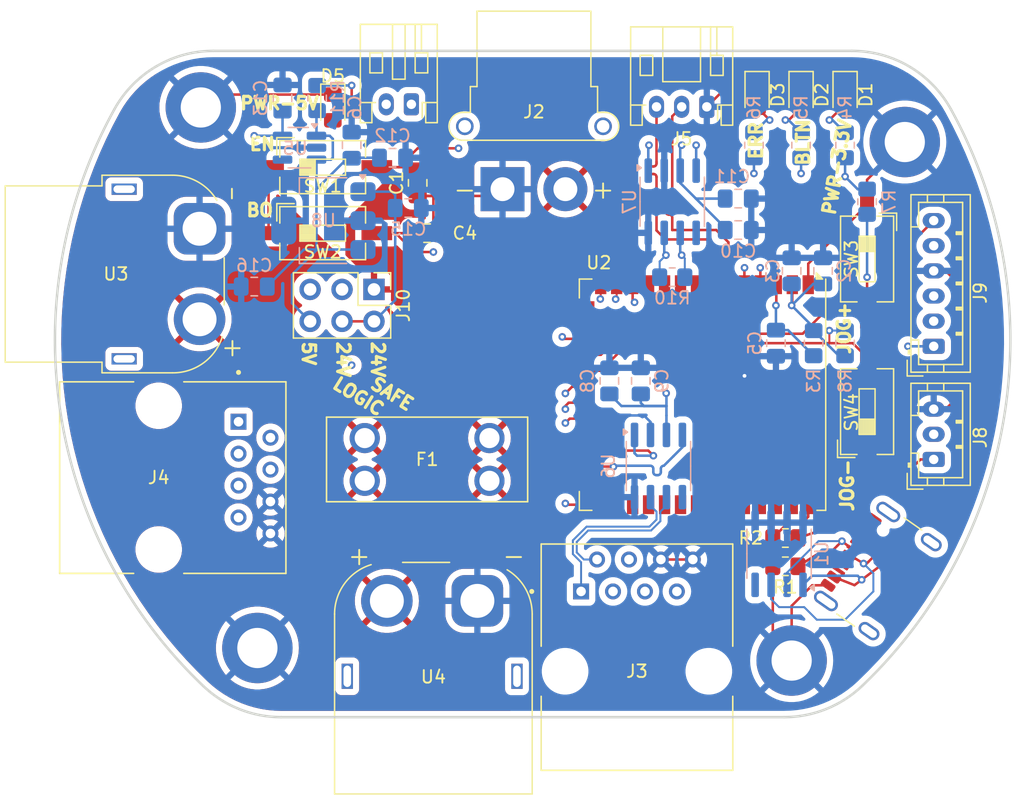
<source format=kicad_pcb>
(kicad_pcb (version 20240108) (generator "pcbnew") (generator_version "8.0")
  (layers (0 "F.Cu" signal) (1 "In1.Cu" signal) (2 "In2.Cu" signal) (31 "B.Cu" signal) (34 "B.Paste" user) (35 "F.Paste" user) (36 "B.SilkS" user "B.Silkscreen") (37 "F.SilkS" user "F.Silkscreen") (38 "B.Mask" user) (39 "F.Mask" user) (44 "Edge.Cuts" user))
  (net 0 "")
  (net 1 "GND")
  (net 2 "EN_PB")
  (net 3 "+3.3V")
  (net 4 "GPIO_0")
  (net 5 "Jog+")
  (net 6 "Jog-")
  (net 7 "Net-(D1-A)")
  (net 8 "Net-(D2-A)")
  (net 9 "Net-(D3-A)")
  (net 10 "+24V")
  (net 11 "+24V_safe")
  (net 13 "USB_P")
  (net 14 "+5V")
  (net 15 "Net-(J1-CC2)")
  (net 17 "USB_N")
  (net 18 "Net-(J1-CC1)")
  (net 22 "+24V_Logic")
  (net 25 "TX_M")
  (net 26 "RX_M")
  (net 27 "LED_BUILTIN")
  (net 28 "LED_ERR")
  (net 35 "RXC")
  (net 38 "Net-(J10-Pin_2)")
  (net 39 "+5V_USB")
  (net 42 "TXC")
  (net 45 "Enco_Pot")
  (net 48 "RXC_M")
  (net 49 "CUI_MOSI")
  (net 54 "TXC_M")
  (net 58 "CUI_MISO")
  (net 59 "CUI_CS")
  (net 60 "CUI_SCLK")
  (net 61 "Net-(D5-A)")
  (net 66 "CAN-")
  (net 67 "CAN+")
  (net 68 "CAN_M-")
  (net 69 "CAN_M+")
  (footprint "LED_SMD:LED_0805_2012Metric_Pad1.15x1.40mm_HandSolder" (layer "F.Cu") (at 91.75 65 -90)
    (property "Reference" "D2")
    (property "Value" "B")
  )
  (footprint "Connector_JST:JST_PH_B6B-PH-K_1x06_P2.00mm_Vertical" (layer "F.Cu") (at 102.3 85 90)
    (property "Reference" "J9")
    (property "Value" "Conn_01x06")
  )
  (footprint "MountingHole:MountingHole_3.2mm_M3_DIN965_Pad_TopBottom" (layer "F.Cu") (at 91 110)
    (property "Reference" "H4" (hide yes))
    (property "Value" "MountingHole_Pad")
  )
  (footprint "RF_Module:ESP32-S3-WROOM-1U" (layer "F.Cu") (at 83.91 88.85 -90)
    (property "Reference" "U2")
    (property "Value" "ESP32-S3-WROVER")
  )
  (footprint "Resistor_SMD:R_0805_2012Metric_Pad1.20x1.40mm_HandSolder" (layer "F.Cu") (at 90.5 100.25 180)
    (property "Reference" "R2")
    (property "Value" "5.1k")
  )
  (footprint "Button_Switch_SMD:SW_DIP_SPSTx01_Slide_6.7x4.1mm_W8.61mm_P2.54mm_LowProfile" (layer "F.Cu") (at 53.695 76)
    (property "Reference" "SW2")
    (property "Value" "TS09-63-25-WT-160-SMT-TR")
  )
  (footprint "Connector_PinHeader_2.54mm:PinHeader_2x03_P2.54mm_Vertical" (layer "F.Cu") (at 57.775 80.475 -90)
    (property "Reference" "J10")
    (property "Value" "Jumper PWR")
  )
  (footprint "LED_SMD:LED_0805_2012Metric_Pad1.15x1.40mm_HandSolder" (layer "F.Cu") (at 54.5 66 -90)
    (property "Reference" "D5")
    (property "Value" "B")
  )
  (footprint "RoverFootprint:AMASS_XT60PW-F_1x02_P7.20mm_Horizontal" (layer "F.Cu") (at 43.9 75.65 90)
    (property "Reference" "U3")
    (property "Value" "XT60PM-F")
  )
  (footprint "Button_Switch_SMD:SW_DIP_SPSTx01_Slide_6.7x4.1mm_W8.61mm_P2.54mm_LowProfile" (layer "F.Cu") (at 97 78.055 -90)
    (property "Reference" "SW3")
    (property "Value" "TS09-63-25-WT-160-SMT-TR")
  )
  (footprint "MountingHole:MountingHole_3.2mm_M3_DIN965_Pad_TopBottom" (layer "F.Cu") (at 48.5 109)
    (property "Reference" "H2" (hide yes))
    (property "Value" "MountingHole_Pad")
  )
  (footprint "Connector_JST:JST_PH_S2B-PH-K_1x02_P2.00mm_Horizontal" (layer "F.Cu") (at 60.75 65.75 180)
    (property "Reference" "J6" (hide yes))
    (property "Value" "Conn_01x02")
  )
  (footprint "RoverFootprint:AMASS_XT60PW-M_1x02_P7.20mm_Horizontal" (layer "F.Cu") (at 66 105.25 180)
    (property "Reference" "U4")
    (property "Value" "XT60PW-M")
  )
  (footprint "Button_Switch_SMD:SW_DIP_SPSTx01_Slide_6.7x4.1mm_W8.61mm_P2.54mm_LowProfile" (layer "F.Cu") (at 97 90.195 90)
    (property "Reference" "SW4")
    (property "Value" "TS09-63-25-WT-160-SMT-TR")
  )
  (footprint "Button_Switch_SMD:SW_DIP_SPSTx01_Slide_6.7x4.1mm_W8.61mm_P2.54mm_LowProfile" (layer "F.Cu") (at 53.695 70.75)
    (property "Reference" "SW1")
    (property "Value" "TS09-63-25-WT-160-SMT-TR")
  )
  (footprint "RoverFootprint:FUSE_3568-20" (layer "F.Cu") (at 62 94 180)
    (property "Reference" "F1")
    (property "Value" "FuseHolder")
  )
  (footprint "LED_SMD:LED_0805_2012Metric_Pad1.15x1.40mm_HandSolder" (layer "F.Cu") (at 95.25 65 -90)
    (property "Reference" "D1")
    (property "Value" "G")
  )
  (footprint "RoverFootprint:Ethernet_Horizontal" (layer "F.Cu") (at 40.650001 95.445 -90)
    (property "Reference" "J4")
    (property "Value" "Eth-Horiz")
  )
  (footprint "Connector_USB:USB_C_Receptacle_GCT_USB4105-xx-A_16P_TopMnt_Horizontal" (layer "F.Cu") (at 98.75 103.5 55)
    (property "Reference" "J1" (hide yes))
    (property "Value" "USB_C_USB4105-GF-A")
  )
  (footprint "Connector_JST:JST_PH_B3B-PH-K_1x03_P2.00mm_Vertical" (layer "F.Cu") (at 102.3 94 90)
    (property "Reference" "J8")
    (property "Value" "Conn_01x03")
  )
  (footprint "MountingHole:MountingHole_3.2mm_M3_DIN965_Pad_TopBottom" (layer "F.Cu") (at 44 66)
    (property "Reference" "H3" (hide yes))
    (property "Value" "MountingHole_Pad")
  )
  (footprint "RoverFootprint:AMASS_XT30PW-F_1x02_P2.50mm_Horizontal" (layer "F.Cu") (at 68 72.5)
    (property "Reference" "J2")
    (property "Value" "XT30PW-F")
  )
  (footprint "Connector_JST:JST_PH_S3B-PH-K_1x03_P2.00mm_Horizontal" (layer "F.Cu") (at 84.25 65.95 180)
    (property "Reference" "J5")
    (property "Value" "Conn_01x03")
  )
  (footprint "LED_SMD:LED_0805_2012Metric_Pad1.15x1.40mm_HandSolder" (layer "F.Cu") (at 88.25 65 -90)
    (property "Reference" "D3")
    (property "Value" "B")
  )
  (footprint "RoverFootprint:Ethernet_Horizontal" (layer "F.Cu") (at 78.695 110.85)
    (property "Reference" "J3")
    (property "Value" "Eth-Horiz")
  )
  (footprint "Resistor_SMD:R_0805_2012Metric_Pad1.20x1.40mm_HandSolder" (layer "F.Cu") (at 90.5 102.5 180)
    (property "Reference" "R1")
    (property "Value" "5.1k")
  )
  (footprint "MountingHole:MountingHole_3.2mm_M3_DIN965_Pad_TopBottom" (layer "F.Cu") (at 100 68.75)
    (property "Reference" "H1" (hide yes))
    (property "Value" "MountingHole_Pad")
  )
  (footprint "Capacitor_SMD:C_0805_2012Metric_Pad1.18x1.45mm_HandSolder" (layer "F.Cu") (at 61.25 72 90)
    (property "Reference" "C1")
    (property "Value" "100nF")
  )
  (footprint "Capacitor_SMD:C_0805_2012Metric_Pad1.18x1.45mm_HandSolder" (layer "F.Cu") (at 62 76 180)
    (property "Reference" "C4")
    (property "Value" "100nF")
  )
  (footprint "Resistor_SMD:R_0805_2012Metric_Pad1.20x1.40mm_HandSolder" (layer "B.Cu") (at 92.75 84.75 -90)
    (property "Reference" "R3")
    (property "Value" "10k")
  )
  (footprint "Capacitor_SMD:C_0805_2012Metric_Pad1.18x1.45mm_HandSolder" (layer "B.Cu") (at 60.5 74)
    (property "Reference" "C15")
    (property "Value" "220nF")
  )
  (footprint "Capacitor_SMD:C_0805_2012Metric_Pad1.18x1.45mm_HandSolder" (layer "B.Cu") (at 93.5 79 90)
    (property "Reference" "C2")
    (property "Value" "22uF")
  )
  (footprint "Capacitor_SMD:C_0805_2012Metric_Pad1.18x1.45mm_HandSolder" (layer "B.Cu") (at 91 79 90)
    (property "Reference" "C3")
    (property "Value" "100nF")
  )
  (footprint "Capacitor_SMD:C_0805_2012Metric_Pad1.18x1.45mm_HandSolder" (layer "B.Cu") (at 50.5 65.25 90)
    (property "Reference" "C13")
    (property "Value" "10uF")
  )
  (footprint "Resistor_SMD:R_0805_2012Metric_Pad1.20x1.40mm_HandSolder" (layer "B.Cu") (at 95.25 69 90)
    (property "Reference" "R4")
    (property "Value" "1k")
  )
  (footprint "Capacitor_SMD:C_0805_2012Metric_Pad1.18x1.45mm_HandSolder" (layer "B.Cu") (at 48.25 80.25 180)
    (property "Reference" "C16")
    (property "Value" "100nF")
  )
  (footprint "Capacitor_SMD:C_0805_2012Metric_Pad1.18x1.45mm_HandSolder" (layer "B.Cu") (at 79 87.75 90)
    (property "Reference" "C9")
    (property "Value" "100nF")
  )
  (footprint "Resistor_SMD:R_0805_2012Metric_Pad1.20x1.40mm_HandSolder" (layer "B.Cu") (at 81.5 79.5)
    (property "Reference" "R10")
    (property "Value" "121")
  )
  (footprint "Resistor_SMD:R_0805_2012Metric_Pad1.20x1.40mm_HandSolder" (layer "B.Cu") (at 95.25 84.75 90)
    (property "Reference" "R8")
    (property "Value" "10k")
  )
  (footprint "Capacitor_SMD:C_0805_2012Metric_Pad1.18x1.45mm_HandSolder" (layer "B.Cu") (at 59.25 70)
    (property "Reference" "C12")
    (property "Value" "10uF")
  )
  (footprint "Package_TO_SOT_SMD:SOT-223-3_TabPin2" (layer "B.Cu") (at 53.75 75 180)
    (property "Reference" "U8")
    (property "Value" "LDO-LM7805MPX/NOPB")
  )
  (footprint "Resistor_SMD:R_0805_2012Metric_Pad1.20x1.40mm_HandSolder" (layer "B.Cu") (at 88 69 90)
    (property "Reference" "R6")
    (property "Value" "1K")
  )
  (footprint "Package_SO:SOIC-8_3.9x4.9mm_P1.27mm" (layer "B.Cu") (at 80.405 94.525 -90)
    (property "Reference" "U6")
    (property "Value" "SN65HVD232")
  )
  (footprint "Package_SO:SOIC-8_3.9x4.9mm_P1.27mm" (layer "B.Cu") (at 90 101.5 90)
    (property "Reference" "U1")
    (property "Value" "TVS-SMDB03CE3")
  )
  (footprint "Package_TO_SOT_SMD:SOT-23-5_HandSoldering" (layer "B.Cu") (at 51.85 69.2 180)
    (property "Reference" "U5")
    (property "Value" "LDO-TLV74033PDBVR")
  )
  (footprint "Capacitor_SMD:C_0805_2012Metric_Pad1.18x1.45mm_HandSolder" (layer "B.Cu") (at 56 69 90)
    (property "Reference" "C6")
    (property "Value" "100nF")
  )
  (footprint "Resistor_SMD:R_0805_2012Metric_Pad1.20x1.40mm_HandSolder" (layer "B.Cu") (at 97 73.5 -90)
    (property "Reference" "R7")
    (property "Value" "10k")
  )
  (footprint "Capacitor_SMD:C_0805_2012Metric_Pad1.18x1.45mm_HandSolder" (layer "B.Cu") (at 86.75 73.25)
    (property "Reference" "C11")
    (property "Value" "100nF")
  )
  (footprint "Capacitor_SMD:C_0805_2012Metric_Pad1.18x1.45mm_HandSolder" (layer "B.Cu") (at 86.75 75.75)
    (property "Reference" "C10")
    (property "Value" "10uF")
  )
  (footprint "Capacitor_SMD:C_0805_2012Metric_Pad1.18x1.45mm_HandSolder" (layer "B.Cu") (at 76.5 87.75 90)
    (property "Reference" "C8")
    (property "Value" "10uF")
  )
  (footprint "Resistor_SMD:R_0805_2012Metric_Pad1.20x1.40mm_HandSolder" (layer "B.Cu") (at 91.75 69 90)
    (property "Reference" "R5")
    (property "Value" "1k")
  )
  (footprint "Resistor_SMD:R_0805_2012Metric_Pad1.20x1.40mm_HandSolder" (layer "B.Cu") (at 53.25 65.25 90)
    (property "Reference" "R11")
    (property "Value" "1k")
  )
  (footprint "Package_SO:SOIC-8_3.9x4.9mm_P1.27mm" (layer "B.Cu") (at 81.5 73.5 -90)
    (property "Reference" "U7")
    (property "Value" "SN65HVD232")
  )
  (footprint "Capacitor_SMD:C_0805_2012Metric_Pad1.18x1.45mm_HandSolder" (layer "B.Cu") (at 89.75 84.75 -90)
    (property "Reference" "C5")
    (property "Value" "1uF")
  )
  (gr_line (start 45 61.5) (end 95.79372 61.5) (stroke (width 0.2)) (layer "Edge.Cuts"))
  (gr_arc (start 95.79372 61.5) (mid 100.370632 62.750701) (end 103.675483 66.155172) (stroke (width 0.2)) (layer "Edge.Cuts"))
  (gr_arc (start 44.189955 112.017241) (mid 32.840702 90.290997) (end 37.11822 66.155172) (stroke (width 0.2)) (layer "Edge.Cuts"))
  (gr_arc (start 96.603748 112.017241) (mid 93.739369 113.8563) (end 90.396851 114.5) (stroke (width 0.2)) (layer "Edge.Cuts"))
  (gr_line (start 50.39685 114.5) (end 90.396851 114.5) (stroke (width 0.2)) (layer "Edge.Cuts"))
  (gr_arc (start 103.675483 66.155172) (mid 107.953001 90.290997) (end 96.603748 112.017241) (stroke (width 0.2)) (layer "Edge.Cuts"))
  (gr_arc (start 50.39685 114.5) (mid 47.054335 113.85629) (end 44.189955 112.017241) (stroke (width 0.2)) (layer "Edge.Cuts"))
  (gr_arc (start 37.11822 66.155172) (mid 40.423072 62.750696) (end 45 61.5) (stroke (width 0.2)) (layer "Edge.Cuts"))
  (gr_text "24V" (at 54.75 84.5 270) (layer "F.SilkS") (effects (font (size 1 1) (thickness 0.25) (bold yes)) (justify left bottom)))
  (gr_text "BLTN" (at 92.5 70.75 90) (layer "F.SilkS") (effects (font (size 1 1) (thickness 0.25) (bold yes)) (justify left bottom)))
  (gr_text "ERR" (at 88.75 70.25 90) (layer "F.SilkS") (effects (font (size 1 1) (thickness 0.25) (bold yes)) (justify left bottom)))
  (gr_text "PWR-5V" (at 47 66.25 0) (layer "F.SilkS") (effects (font (size 1 1) (thickness 0.25) (bold yes)) (justify left bottom)))
  (gr_text "BO" (at 47.5 74.75 0) (layer "F.SilkS") (effects (font (size 1 1) (thickness 0.25) (bold yes)) (justify left bottom)))
  (gr_text "JOG-" (at 96 98.25 90) (layer "F.SilkS") (effects (font (size 1 1) (thickness 0.25) (bold yes)) (justify left bottom)))
  (gr_text "SAFE" (at 57.25 88.25 328) (layer "F.SilkS") (effects (font (size 1 1) (thickness 0.25) (bold yes)) (justify left bottom)))
  (gr_text "JOG+" (at 95.75 85.75 90) (layer "F.SilkS") (effects (font (size 1 1) (thickness 0.25) (bold yes)) (justify left bottom)))
  (gr_text "EN" (at 47.75 69.5 0) (layer "F.SilkS") (effects (font (size 1 1) (thickness 0.25) (bold yes)) (justify left bottom)))
  (gr_text "5V" (at 52 84.5 -90) (layer "F.SilkS") (effects (font (size 1 1) (thickness 0.25) (bold yes)) (justify left bottom)))
  (gr_text "24V" (at 57.5 84.5 270) (layer "F.SilkS") (effects (font (size 1 1) (thickness 0.25) (bold yes)) (justify left bottom)))
  (gr_text "LOGIC" (at 54.25 88.25 328) (layer "F.SilkS") (effects (font (size 1 1) (thickness 0.25) (bold yes)) (justify left bottom)))
  (gr_text "PWR-3.3V" (at 94.5 74.75 80) (layer "F.SilkS") (effects (font (size 1 1) (thickness 0.25) (bold yes)) (justify left bottom)))
  (segment (start 92.634113 104.010525) (end 91 105.644638) (width 0.2) (layer "F.Cu") (net 1))
  (segment (start 48.75 70.75) (end 44 66) (width 0.2) (layer "F.Cu") (net 1))
  (segment (start 61.25 73.0375) (end 62.5 73.0375) (width 0.2) (layer "F.Cu") (net 1))
  (segment (start 104 79.75) (end 104 89.25) (width 0.2) (layer "F.Cu") (net 1))
  (segment (start 92.32 98.55) (end 91.87 99) (width 0.2) (layer "F.Cu") (net 1))
  (segment (start 103.25 90) (end 102.3 90) (width 0.2) (layer "F.Cu") (net 1))
  (segment (start 91 105.644638) (end 91 110) (width 0.2) (layer "F.Cu") (net 1))
  (segment (start 87.25 87.35) (end 84.6 87.35) (width 0.2) (layer "F.Cu") (net 1))
  (segment (start 62.5 75.4625) (end 63.0375 76) (width 0.2) (layer "F.Cu") (net 1))
  (segment (start 102.3 90) (end 99.75 90) (width 0.2) (layer "F.Cu") (net 1))
  (segment (start 49.837545 107.662455) (end 48.5 109) (width 0.2) (layer "F.Cu") (net 1))
  (segment (start 89.5 102.5) (end 89.5 108.5) (width 0.2) (layer "F.Cu") (net 1))
  (segment (start 80.6 101.96) (end 83.14 101.96) (width 0.2) (layer "F.Cu") (net 1))
  (segment (start 90.75 99) (end 89.5 100.25) (width 0.2) (layer "F.Cu") (net 1))
  (segment (start 83.14 101.96) (end 91 109.82) (width 0.2) (layer "F.Cu") (net 1))
  (segment (start 91 109.82) (end 91 110) (width 0.2) (layer "F.Cu") (net 1))
  (segment (start 93.900075 104.010525) (end 92.634113 104.010525) (width 0.2) (layer "F.Cu") (net 1))
  (segment (start 67.4625 73.0375) (end 68 72.5) (width 0.2) (layer "F.Cu") (net 1))
  (segment (start 88.25 63.975) (end 86.225 63.975) (width 0.2) (layer "F.Cu") (net 1))
  (segment (start 92.32 78.43) (end 92.32 80.1) (width 0.2) (layer "F.Cu") (net 1))
  (segment (start 91.75 63.975) (end 95.25 63.975) (width 0.2) (layer "F.Cu") (net 1))
  (segment (start 95.25 63.975) (end 95.25 64) (width 0.2) (layer "F.Cu") (net 1))
  (segment (start 61.25 73.0375) (end 67.4625 73.0375) (width 0.2) (layer "F.Cu") (net 1))
  (segment (start 92.32 97.6) (end 96.6 97.6) (width 0.2) (layer "F.Cu") (net 1))
  (segment (start 92.32 97.6) (end 92.32 98.55) (width 0.2) (layer "F.Cu") (net 1))
  (segment (start 102 68.75) (end 100 68.75) (width 0.2) (layer "F.Cu") (net 1))
  (segment (start 104 89.25) (end 103.25 90) (width 0.2) (layer "F.Cu") (net 1))
  (segment (start 97 73.75) (end 92.32 78.43) (width 0.2) (layer "F.Cu") (net 1))
  (segment (start 96.75 97.75) (end 96.75 97.946987) (width 0.2) (layer "F.Cu") (net 1))
  (segment (start 49.39 76) (end 49.39 70.75) (width 0.2) (layer "F.Cu") (net 1))
  (segment (start 96.75 97.946987) (end 97.570965 98.767952) (width 0.2) (layer "F.Cu") (net 1))
  (segment (start 91.87 99) (end 90.75 99) (width 0.2) (layer "F.Cu") (net 1))
  (segment (start 102.3 79) (end 103.25 79) (width 0.2) (layer "F.Cu") (net 1))
  (segment (start 89.5 108.5) (end 91 110) (width 0.2) (layer "F.Cu") (net 1))
  (segment (start 86.225 63.975) (end 84.25 65.95) (width 0.2) (layer "F.Cu") (net 1))
  (segment (start 97 73.75) (end 97 71.75) (width 0.2) (layer "F.Cu") (net 1))
  (segment (start 97 92.75) (end 97 94.5) (width 0.2) (layer "F.Cu") (net 1))
  (segment (start 96.6 97.6) (end 96.75 97.75) (width 0.2) (layer "F.Cu") (net 1))
  (segment (start 99.75 90) (end 97 92.75) (width 0.2) (layer "F.Cu") (net 1))
  (segment (start 88.25 63.975) (end 91.75 63.975) (width 0.2) (layer "F.Cu") (net 1))
  (segment (start 97 71.75) (end 100 68.75) (width 0.2) (layer "F.Cu") (net 1))
  (segment (start 103.25 79) (end 104 79.75) (width 0.2) (layer "F.Cu") (net 1))
  (segment (start 49.39 70.75) (end 48.75 70.75) (width 0.2) (layer "F.Cu") (net 1))
  (segment (start 45.025 64.975) (end 44 66) (width 0.2) (layer "F.Cu") (net 1))
  (segment (start 89.5 100.25) (end 89.5 102.5) (width 0.2) (layer "F.Cu") (net 1))
  (segment (start 95.25 64) (end 100 68.75) (width 0.2) (layer "F.Cu") (net 1))
  (segment (start 62.5 73.0375) (end 62.5 75.4625) (width 0.2) (layer "F.Cu") (net 1))
  (segment (start 54.5 64.975) (end 45.025 64.975) (width 0.2) (layer "F.Cu") (net 1))
  (via (at 87.25 87.35) (size 0.6) (drill 0.3) (layers "F.Cu" "B.Cu") (net 1))
  (segment (start 75.25 90) (end 75.25 87.25) (width 0.2) (layer "B.Cu") (net 1))
  (segment (start 47.2 69.2) (end 44 66) (width 0.2) (layer "B.Cu") (net 1))
  (segment (start 75.75 90.5) (end 75.25 90) (width 0.2) (layer "B.Cu") (net 1))
  (segment (start 67.72 72.22) (end 68 72.5) (width 0.2) (layer "B.Cu") (net 1))
  (segment (start 79.77 92.05) (end 79.77 91.02) (width 0.2) (layer "B.Cu") (net 1))
  (segment (start 79.25 90.5) (end 75.75 90.5) (width 0.2) (layer "B.Cu") (net 1))
  (segment (start 53.2 69.2) (end 47.2 69.2) (width 0.2) (layer "B.Cu") (net 1))
  (segment (start 44 66) (end 44 66.5375) (width 0.2) (layer "B.Cu") (net 1))
  (segment (start 75.7875 86.7125) (end 76.5 86.7125) (width 0.2) (layer "B.Cu") (net 1))
  (segment (start 75.25 87.25) (end 75.7875 86.7125) (width 0.2) (layer "B.Cu") (net 1))
  (segment (start 79.77 91.02) (end 79.25 90.5) (width 0.2) (layer "B.Cu") (net 1))
  (segment (start 89.78 80.1) (end 89.78 81.72) (width 0.2) (layer "F.Cu") (net 2))
  (segment (start 61.0375 70.75) (end 61.25 70.9625) (width 0.2) (layer "F.Cu") (net 2))
  (segment (start 61.25 69.25) (end 59.75 70.75) (width 0.2) (layer "F.Cu") (net 2))
  (segment (start 59.75 70.75) (end 61.0375 70.75) (width 0.2) (layer "F.Cu") (net 2))
  (segment (start 89.78 81.72) (end 89.75 81.75) (width 0.2) (layer "F.Cu") (net 2))
  (segment (start 64.5 69.25) (end 61.25 69.25) (width 0.2) (layer "F.Cu") (net 2))
  (segment (start 58 70.75) (end 59.75 70.75) (width 0.2) (layer "F.Cu") (net 2))
  (via (at 64.5 69.25) (size 0.6) (drill 0.3) (layers "F.Cu" "B.Cu") (net 2))
  (via (at 89.75 81.75) (size 0.6) (drill 0.3) (layers "F.Cu" "B.Cu") (net 2))
  (segment (start 90.7125 83.7125) (end 92.75 85.75) (width 0.2) (layer "B.Cu") (net 2))
  (segment (start 89.75 83.7125) (end 90.7125 83.7125) (width 0.2) (layer "B.Cu") (net 2))
  (segment (start 89.75 83.7125) (end 89.75 81.75) (width 0.2) (layer "B.Cu") (net 2))
  (segment (start 91.05 81.7) (end 91 81.75) (width 0.2) (layer "F.Cu") (net 3))
  (segment (start 91.05 80.1) (end 91.05 81.7) (width 0.2) (layer "F.Cu") (net 3))
  (via (at 81.017613 88.732387) (size 0.6) (drill 0.3) (layers "F.Cu" "B.Cu") (net 3))
  (via (at 48.25 68.25) (size 0.6) (drill 0.3) (layers "F.Cu" "B.Cu") (net 3))
  (via (at 82.25 69) (size 0.6) (drill 0.3) (layers "F.Cu" "B.Cu") (net 3))
  (via (at 95.25 71.5) (size 0.6) (drill 0.3) (layers "F.Cu" "B.Cu") (net 3))
  (via (at 91 81.75) (size 0.6) (drill 0.3) (layers "F.Cu" "B.Cu") (net 3))
  (segment (start 92.75 83.5) (end 91 81.75) (width 0.2) (layer "B.Cu") (net 3))
  (segment (start 81.04 90.5) (end 81.04 92.05) (width 0.2) (layer "B.Cu") (net 3))
  (segment (start 77.4625 89.75) (end 81.04 89.75) (width 0.2) (layer "B.Cu") (net 3))
  (segment (start 79 89.5) (end 79.25 89.75) (width 0.2) (layer "B.Cu") (net 3))
  (segment (start 81.04 89.75) (end 81.04 90.5) (width 0.2) (layer "B.Cu") (net 3))
  (segment (start 50.5 68.25) (end 50.5 66.2875) (width 0.2) (layer "B.Cu") (net 3))
  (segment (start 94.75 85.75) (end 95.25 85.75) (width 0.2) (layer "B.Cu") (net 3))
  (segment (start 85.7125 75.577499) (end 83.385001 73.25) (width 0.2) (layer "B.Cu") (net 3))
  (segment (start 92.75 83.75) (end 92.75 83.5) (width 0.2) (layer "B.Cu") (net 3))
  (segment (start 96.25 72.5) (end 95.25 71.5) (width 0.2) (layer "B.Cu") (net 3))
  (segment (start 92.7125 80.0375) (end 91 81.75) (width 0.2) (layer "B.Cu") (net 3))
  (segment (start 50.5 68.25) (end 48.25 68.25) (width 0.2) (layer "B.Cu") (net 3))
  (segment (start 82.135 71.999999) (end 82.135 71.025) (width 0.2) (layer "B.Cu") (net 3))
  (segment (start 76.5 88.7875) (end 77.4625 89.75) (width 0.2) (layer "B.Cu") (net 3))
  (segment (start 79.25 89.75) (end 81.04 89.75) (width 0.2) (layer "B.Cu") (net 3))
  (segment (start 92.75 83.75) (end 94.75 85.75) (width 0.2) (layer "B.Cu") (net 3))
  (segment (start 93.5 80.0375) (end 92.7125 80.0375) (width 0.2) (layer "B.Cu") (net 3))
  (segment (start 97 72.5) (end 96.25 72.5) (width 0.2) (layer "B.Cu") (net 3))
  (segment (start 91 80.0375) (end 91 81.75) (width 0.2) (layer "B.Cu") (net 3))
  (segment (start 82.135 71.025) (end 82.135 69.115) (width 0.2) (layer "B.Cu") (net 3))
  (segment (start 79 88.7875) (end 79 89.5) (width 0.2) (layer "B.Cu") (net 3))
  (segment (start 81.017613 88.732387) (end 81.04 88.754774) (width 0.2) (layer "B.Cu") (net 3))
  (segment (start 95.25 70) (end 95.25 71.5) (width 0.2) (layer "B.Cu") (net 3))
  (segment (start 85.7125 75.75) (end 85.7125 75.577499) (width 0.2) (layer "B.Cu") (net 3))
  (segment (start 85.7125 73.25) (end 83.385001 73.25) (width 0.2) (layer "B.Cu") (net 3))
  (segment (start 81.04 88.754774) (end 81.04 89.75) (width 0.2) (layer "B.Cu") (net 3))
  (segment (start 83.385001 73.25) (end 82.135 71.999999) (width 0.2) (layer "B.Cu") (net 3))
  (segment (start 82.135 69.115) (end 82.25 69) (width 0.2) (layer "B.Cu") (net 3))
  (segment (start 59.5 76) (end 58 76) (width 0.2) (layer "F.Cu") (net 4))
  (segment (start 62.5 77.5) (end 61 77.5) (width 0.2) (layer "F.Cu") (net 4))
  (segment (start 73.1 97.6) (end 73 97.5) (width 0.2) (layer "F.Cu") (net 4))
  (segment (start 75.81 97.6) (end 73.1 97.6) (width 0.2) (layer "F.Cu") (net 4))
  (segment (start 60.9625 76) (end 59.5 76) (width 0.2) (layer "F.Cu") (net 4))
  (segment (start 61 77.5) (end 59.5 76) (width 0.2) (layer "F.Cu") (net 4))
  (via (at 62.5 77.5) (size 0.6) (drill 0.3) (layers "F.Cu" "B.Cu") (net 4))
  (via (at 73 97.5) (size 0.6) (drill 0.3) (layers "F.Cu" "B.Cu") (net 4))
  (segment (start 93.515 82.36) (end 91.875 84) (width 0.2) (layer "F.Cu") (net 5))
  (segment (start 97 82.36) (end 93.515 82.36) (width 0.2) (layer "F.Cu") (net 5))
  (segment (start 91.875 84) (end 77.5 84) (width 0.2) (layer "F.Cu") (net 5))
  (segment (start 75.825 85.675) (end 74.56 85.675) (width 0.2) (layer "F.Cu") (net 5))
  (segment (start 77.5 84) (end 75.825 85.675) (width 0.2) (layer "F.Cu") (net 5))
  (segment (start 97 79.5) (end 97 82.36) (width 0.2) (layer "F.Cu") (net 5))
  (via (at 97 79.5) (size 0.6) (drill 0.3) (layers "F.Cu" "B.Cu") (net 5))
  (segment (start 97 79.5) (end 97 74.5) (width 0.2) (layer "B.Cu") (net 5))
  (segment (start 94 83.75) (end 94 84.75) (width 0.155814) (layer "F.Cu") (net 6))
  (segment (start 95.86 84.75) (end 97 85.89) (width 0.2) (layer "F.Cu") (net 6))
  (segment (start 78 84.75) (end 94 84.75) (width 0.2) (layer "F.Cu") (net 6))
  (segment (start 78 84.75) (end 75.805 86.945) (width 0.2) (layer "F.Cu") (net 6))
  (segment (start 94 84.75) (end 95.86 84.75) (width 0.2) (layer "F.Cu") (net 6))
  (segment (start 75.805 86.945) (end 74.56 86.945) (width 0.2) (layer "F.Cu") (net 6))
  (via (at 94 83.75) (size 0.6) (drill 0.3) (layers "F.Cu" "B.Cu") (net 6))
  (segment (start 94 83.75) (end 95.25 83.75) (width 0.155814) (layer "B.Cu") (net 6))
  (segment (start 94.975 66.025) (end 94 67) (width 0.2) (layer "F.Cu") (net 7))
  (segment (start 95.25 66.025) (end 94.975 66.025) (width 0.2) (layer "F.Cu") (net 7))
  (via (at 94 67) (size 0.6) (drill 0.3) (layers "F.Cu" "B.Cu") (net 7))
  (segment (start 94 67) (end 94.25 67) (width 0.2) (layer "B.Cu") (net 7))
  (segment (start 94.25 67) (end 95.25 68) (width 0.2) (layer "B.Cu") (net 7))
  (segment (start 90.5 67) (end 90.775 67) (width 0.2) (layer "F.Cu") (net 8))
  (segment (start 90.775 67) (end 91.75 66.025) (width 0.2) (layer "F.Cu") (net 8))
  (via (at 90.5 67) (size 0.6) (drill 0.3) (layers "F.Cu" "B.Cu") (net 8))
  (segment (start 90.5 67) (end 90.75 67) (width 0.2) (layer "B.Cu") (net 8))
  (segment (start 90.75 67) (end 91.75 68) (width 0.2) (layer "B.Cu") (net 8))
  (segment (start 88.275 66.025) (end 88.25 66.025) (width 0.2) (layer "F.Cu") (net 9))
  (segment (start 89.25 67) (end 88.275 66.025) (width 0.2) (layer "F.Cu") (net 9))
  (via (at 89.25 67) (size 0.6) (drill 0.3) (layers "F.Cu" "B.Cu") (net 9))
  (segment (start 89 67) (end 88 68) (width 0.2) (layer "B.Cu") (net 9))
  (segment (start 89.25 67) (end 89 67) (width 0.2) (layer "B.Cu") (net 9))
  (segment (start 45.59 82.35) (end 44 82.35) (width 0.2) (layer "F.Cu") (net 10))
  (segment (start 72 72.5) (end 73 72.5) (width 0.2) (layer "F.Cu") (net 11))
  (segment (start 97.125 102.125) (end 96.875 102.375) (width 0.2) (layer "F.Cu") (net 13))
  (segment (start 96.875 102.375) (end 96.719602 102.280398) (width 0.2) (layer "F.Cu") (net 13))
  (segment (start 96.165704 100.774873) (end 97.5 101.75) (width 0.2) (layer "F.Cu") (net 13))
  (segment (start 97.5 101.75) (end 97.125 102.125) (width 0.2) (layer "F.Cu") (net 13))
  (segment (start 96.719602 102.280398) (end 95.592126 101.594027) (width 0.2) (layer "F.Cu") (net 13))
  (segment (start 75.81 80.1) (end 75.81 81.207604) (width 0.155814) (layer "F.Cu") (net 13))
  (segment (start 75.81 81.207604) (end 75.778166 81.239438) (width 0.155814) (layer "F.Cu") (net 13))
  (via (at 75.778166 81.239438) (size 0.6) (drill 0.3) (layers "F.Cu" "B.Cu") (net 13))
  (via (at 96.719602 102.280398) (size 0.6) (drill 0.3) (layers "F.Cu" "B.Cu") (net 13))
  (segment (start 92 105.75) (end 93 106.75) (width 0.155814) (layer "B.Cu") (net 13))
  (segment (start 89.365 103.975) (end 89.365 105.115) (width 0.155814) (layer "B.Cu") (net 13))
  (segment (start 90 105.75) (end 92 105.75) (width 0.155814) (layer "B.Cu") (net 13))
  (segment (start 97.5 103.060796) (end 96.719602 102.280398) (width 0.155814) (layer "B.Cu") (net 13))
  (segment (start 93 106.75) (end 95.25 106.75) (width 0.155814) (layer "B.Cu") (net 13))
  (segment (start 97.5 104.5) (end 97.5 103.060796) (width 0.155814) (layer "B.Cu") (net 13))
  (segment (start 95.25 106.75) (end 97.5 104.5) (width 0.155814) (layer "B.Cu") (net 13))
  (segment (start 89.365 105.115) (end 90 105.75) (width 0.155814) (layer "B.Cu") (net 13))
  (via (at 56 86.5) (size 0.6) (drill 0.3) (layers "F.Cu" "B.Cu") (net 14))
  (via (at 100.25 85) (size 0.6) (drill 0.3) (layers "F.Cu" "B.Cu") (net 14))
  (segment (start 53.2 72.5) (end 53.2 77.25) (width 0.2) (layer "B.Cu") (net 14))
  (segment (start 53.2 77.25) (end 53.25 77.3) (width 0.2) (layer "B.Cu") (net 14))
  (segment (start 56 70.0375) (end 55.6625 70.0375) (width 0.2) (layer "B.Cu") (net 14))
  (segment (start 52.2 77.3) (end 53.25 77.3) (width 0.2) (layer "B.Cu") (net 14))
  (segment (start 53.25 77.3) (end 54.5 77.3) (width 0.2) (layer "B.Cu") (net 14))
  (segment (start 54.5 70) (end 54.5 68.5) (width 0.2) (layer "B.Cu") (net 14))
  (segment (start 49.2875 80.25) (end 49.2875 80.2125) (width 0.2) (layer "B.Cu") (net 14))
  (segment (start 51.25 81.57) (end 51.25 79.3) (width 0.2) (layer "B.Cu") (net 14))
  (segment (start 54.5 77.3) (end 56.9 77.3) (width 0.2) (layer "B.Cu") (net 14))
  (segment (start 53.2 70.15) (end 53.2 72.5) (width 0.2) (layer "B.Cu") (net 14))
  (segment (start 53.2 66.3) (end 53.25 66.25) (width 0.2) (layer "B.Cu") (net 14))
  (segment (start 54.25 68.25) (end 53.2 68.25) (width 0.2) (layer "B.Cu") (net 14))
  (segment (start 54.5 68.5) (end 54.25 68.25) (width 0.2) (layer "B.Cu") (net 14))
  (segment (start 49.2875 80.2125) (end 52.2 77.3) (width 0.2) (layer "B.Cu") (net 14))
  (segment (start 51.25 79.3) (end 53.25 77.3) (width 0.2) (layer "B.Cu") (net 14))
  (segment (start 54.35 70.15) (end 54.5 70) (width 0.2) (layer "B.Cu") (net 14))
  (segment (start 53.2 70.15) (end 54.35 70.15) (width 0.2) (layer "B.Cu") (net 14))
  (segment (start 56.0375 70) (end 56 70.0375) (width 0.2) (layer "B.Cu") (net 14))
  (segment (start 55.6625 70.0375) (end 53.2 72.5) (width 0.2) (layer "B.Cu") (net 14))
  (segment (start 52.695 83.015) (end 51.25 81.57) (width 0.2) (layer "B.Cu") (net 14))
  (segment (start 102.3 85) (end 100.25 85) (width 0.2) (layer "B.Cu") (net 14))
  (segment (start 58.2125 70) (end 56.0375 70) (width 0.2) (layer "B.Cu") (net 14))
  (segment (start 53.2 68.25) (end 53.2 66.3) (width 0.2) (layer "B.Cu") (net 14))
  (segment (start 95.25 99) (end 91.5 100.25) (width 0.2) (layer "F.Cu") (net 15))
  (segment (start 96.739279 99.955721) (end 95.25 99) (width 0.2) (layer "F.Cu") (net 15))
  (segment (start 94.25 101.25) (end 95.305338 102.003603) (width 0.2) (layer "F.Cu") (net 17))
  (segment (start 77.08 80.1) (end 77.08 81.17) (width 0.155814) (layer "F.Cu") (net 17))
  (segment (start 95.878915 101.18445) (end 95 100.5) (width 0.2) (layer "F.Cu") (net 17))
  (segment (start 77.08 81.17) (end 77 81.25) (width 0.155814) (layer "F.Cu") (net 17))
  (segment (start 95 100.5) (end 94.625 100.875) (width 0.2) (layer "F.Cu") (net 17))
  (segment (start 94.625 100.875) (end 94.25 101.25) (width 0.2) (layer "F.Cu") (net 17))
  (via (at 95 100.5) (size 0.6) (drill 0.3) (layers "F.Cu" "B.Cu") (net 17))
  (via (at 77 81.25) (size 0.6) (drill 0.3) (layers "F.Cu" "B.Cu") (net 17))
  (segment (start 90.635 103.975) (end 90.635 103.000001) (width 0.155814) (layer "B.Cu") (net 17))
  (segment (start 90.635 103.000001) (end 93.135001 100.5) (width 0.155814) (layer "B.Cu") (net 17))
  (segment (start 93.135001 100.5) (end 95 100.5) (width 0.155814) (layer "B.Cu") (net 17))
  (segment (start 95.01855 102.413178) (end 93.5 101.25) (width 0.2) (layer "F.Cu") (net 18))
  (segment (start 93.5 101.25) (end 91.5 102.5) (width 0.2) (layer "F.Cu") (net 18))
  (segment (start 79.502162 71.054226) (end 79.502162 70.934226) (width 0.2) (layer "F.Cu") (net 25))
  (segment (start 80.25 70.454226) (end 80.25 70.334226) (width 0.2) (layer "F.Cu") (net 25))
  (segment (start 79.742162 70.694226) (end 80.01 70.694226) (width 0.2) (layer "F.Cu") (net 25))
  (segment (start 84.7 76.95) (end 84.7 80.1) (width 0.2) (layer "F.Cu") (net 25))
  (segment (start 80.25 72.363088) (end 80.25 71.534226) (width 0.2) (layer "F.Cu") (net 25))
  (segment (start 80.01 71.294226) (end 79.742162 71.294226) (width 0.2) (layer "F.Cu") (net 25))
  (segment (start 80.25 72.881127) (end 80.25 75.782843) (width 0.2) (layer "F.Cu") (net 25))
  (segment (start 80.967157 76.5) (end 84.25 76.5) (width 0.2) (layer "F.Cu") (net 25))
  (segment (start 84.25 76.5) (end 84.7 76.95) (width 0.2) (layer "F.Cu") (net 25))
  (segment (start 80.25 70.334226) (end 80.25 68.503697) (width 0.2) (layer "F.Cu") (net 25))
  (segment (start 80.25 68.503697) (end 80.25 65.95) (width 0.2) (layer "F.Cu") (net 25))
  (segment (start 80.25 75.782843) (end 80.967157 76.5) (width 0.2) (layer "F.Cu") (net 25))
  (segment (start 80.25 72.363088) (end 80.25 72.881127) (width 0.2) (layer "F.Cu") (net 25))
  (arc (start 80.25 71.534226) (mid 80.179706 71.36452) (end 80.01 71.294226) (width 0.2) (layer "F.Cu") (net 25))
  (arc (start 80.01 70.694226) (mid 80.179706 70.623932) (end 80.25 70.454226) (width 0.2) (layer "F.Cu") (net 25))
  (arc (start 79.502162 70.934226) (mid 79.572456 70.76452) (end 79.742162 70.694226) (width 0.2) (layer "F.Cu") (net 25))
  (arc (start 79.742162 71.294226) (mid 79.572456 71.223932) (end 79.502162 71.054226) (width 0.2) (layer "F.Cu") (net 25))
  (segment (start 85 75.75) (end 81.5 75.75) (width 0.2) (layer "F.Cu") (net 26))
  (segment (start 85.97 80.1) (end 85.97 76.72) (width 0.2) (layer "F.Cu") (net 26))
  (segment (start 81.5 75.75) (end 81.5 74.759019) (width 0.2) (layer "F.Cu") (net 26))
  (segment (start 85.97 76.72) (end 85 75.75) (width 0.2) (layer "F.Cu") (net 26))
  (segment (start 81.5 73.679019) (end 81.5 73.559019) (width 0.2) (layer "F.Cu") (net 26))
  (segment (start 81.5 66.7) (end 82.25 65.95) (width 0.2) (layer "F.Cu") (net 26))
  (segment (start 81.26 74.519019) (end 81.215239 74.519019) (width 0.2) (layer "F.Cu") (net 26))
  (segment (start 81.5 73.559019) (end 81.5 73.127196) (width 0.2) (layer "F.Cu") (net 26))
  (segment (start 81.5 73.127196) (end 81.5 66.7) (width 0.2) (layer "F.Cu") (net 26))
  (segment (start 80.975239 74.279019) (end 80.975239 74.159019) (width 0.2) (layer "F.Cu") (net 26))
  (segment (start 81.215239 73.919019) (end 81.26 73.919019) (width 0.2) (layer "F.Cu") (net 26))
  (arc (start 80.975239 74.159019) (mid 81.045533 73.989313) (end 81.215239 73.919019) (width 0.2) (layer "F.Cu") (net 26))
  (arc (start 81.26 73.919019) (mid 81.429706 73.848725) (end 81.5 73.679019) (width 0.2) (layer "F.Cu") (net 26))
  (arc (start 81.215239 74.519019) (mid 81.045533 74.448725) (end 80.975239 74.279019) (width 0.2) (layer "F.Cu") (net 26))
  (arc (start 81.5 74.759019) (mid 81.429706 74.589313) (end 81.26 74.519019) (width 0.2) (layer "F.Cu") (net 26))
  (segment (start 72.905 84.405) (end 72.75 84.25) (width 0.2) (layer "F.Cu") (net 27))
  (segment (start 74.56 84.405) (end 72.905 84.405) (width 0.2) (layer "F.Cu") (net 27))
  (via (at 91.75 71.25) (size 0.6) (drill 0.3) (layers "F.Cu" "B.Cu") (net 27))
  (via (at 72.75 84.25) (size 0.6) (drill 0.3) (layers "F.Cu" "B.Cu") (net 27))
  (segment (start 91.75 70) (end 91.75 71.25) (width 0.2) (layer "B.Cu") (net 27))
  (segment (start 78.35 80.1) (end 78.35 81.35) (width 0.2) (layer "F.Cu") (net 28))
  (segment (start 78.35 81.35) (end 78.5 81.5) (width 0.2) (layer "F.Cu") (net 28))
  (via (at 78.5 81.5) (size 0.6) (drill 0.3) (layers "F.Cu" "B.Cu") (net 28))
  (via (at 88 71.25) (size 0.6) (drill 0.3) (layers "F.Cu" "B.Cu") (net 28))
  (segment (start 88 70) (end 88 71.25) (width 0.2) (layer "B.Cu") (net 28))
  (segment (start 76.825735 94.575735) (end 76.815 94.565) (width 0.2) (layer "F.Cu") (net 35))
  (segment (start 76.815 94.565) (end 74.56 94.565) (width 0.2) (layer "F.Cu") (net 35))
  (via (at 76.825735 94.575735) (size 0.6) (drill 0.3) (layers "F.Cu" "B.Cu") (net 35))
  (segment (start 79.994999 95.007631) (end 79.994999 94.74) (width 0.2) (layer "B.Cu") (net 35))
  (segment (start 80.354999 95.247631) (end 80.234999 95.247631) (width 0.2) (layer "B.Cu") (net 35))
  (segment (start 81.143048 94.191951) (end 80.834999 94.5) (width 0.2) (layer "B.Cu") (net 35))
  (segment (start 82.31 93.024999) (end 81.602667 93.732332) (width 0.2) (layer "B.Cu") (net 35))
  (segment (start 78.204747 94.5) (end 76.90147 94.5) (width 0.2) (layer "B.Cu") (net 35))
  (segment (start 80.594999 94.74) (end 80.594999 95.007631) (width 0.2) (layer "B.Cu") (net 35))
  (segment (start 79.634999 94.5) (end 78.204747 94.5) (width 0.2) (layer "B.Cu") (net 35))
  (segment (start 76.90147 94.5) (end 76.825735 94.575735) (width 0.2) (layer "B.Cu") (net 35))
  (segment (start 82.31 92.05) (end 82.31 93.024999) (width 0.2) (layer "B.Cu") (net 35))
  (segment (start 81.602667 93.732332) (end 81.143048 94.191951) (width 0.2) (layer "B.Cu") (net 35))
  (segment (start 79.754999 94.5) (end 79.634999 94.5) (width 0.2) (layer "B.Cu") (net 35))
  (arc (start 80.234999 95.247631) (mid 80.065293 95.177337) (end 79.994999 95.007631) (width 0.2) (layer "B.Cu") (net 35))
  (arc (start 80.594999 95.007631) (mid 80.524705 95.177337) (end 80.354999 95.247631) (width 0.2) (layer "B.Cu") (net 35))
  (arc (start 80.834999 94.5) (mid 80.665293 94.570294) (end 80.594999 94.74) (width 0.2) (layer "B.Cu") (net 35))
  (arc (start 79.994999 94.74) (mid 79.924705 94.570294) (end 79.754999 94.5) (width 0.2) (layer "B.Cu") (net 35))
  (segment (start 55.235 83.015) (end 57.775 83.015) (width 0.2) (layer "F.Cu") (net 38))
  (segment (start 59.4625 74) (end 59.4625 72.9625) (width 0.2) (layer "B.Cu") (net 38))
  (segment (start 59.4625 72.9625) (end 59.2 72.7) (width 0.2) (layer "B.Cu") (net 38))
  (segment (start 59.2 72.7) (end 56.9 72.7) (width 0.2) (layer "B.Cu") (net 38))
  (segment (start 57.0625 72.5375) (end 56.9 72.7) (width 0.2) (layer "B.Cu") (net 38))
  (segment (start 57.775 83.015) (end 59.4625 81.3275) (width 0.2) (layer "B.Cu") (net 38))
  (segment (start 59.4625 81.3275) (end 59.4625 74) (width 0.2) (layer "B.Cu") (net 38))
  (segment (start 96.571429 103.571429) (end 98 102.5) (width 0.2) (layer "F.Cu") (net 39))
  (segment (start 98 102.5) (end 98 101) (width 0.2) (layer "F.Cu") (net 39))
  (segment (start 94.358937 103.355202) (end 96 104) (width 0.2) (layer "F.Cu") (net 39))
  (segment (start 98 100.5) (end 97.112104 99.423274) (width 0.2) (layer "F.Cu") (net 39))
  (segment (start 96 104) (end 96.571429 103.571429) (width 0.2) (layer "F.Cu") (net 39))
  (segment (start 98 101) (end 98 100.5) (width 0.2) (layer "F.Cu") (net 39))
  (via (at 96.571429 103.571429) (size 0.6) (drill 0.3) (layers "F.Cu" "B.Cu") (net 39))
  (segment (start 96.25 103.25) (end 96.571429 103.571429) (width 0.2) (layer "B.Cu") (net 39))
  (segment (start 91.93 104) (end 91.905 103.975) (width 0.2) (layer "B.Cu") (net 39))
  (segment (start 91.905 103.975) (end 92.63 103.25) (width 0.2) (layer "B.Cu") (net 39))
  (segment (start 92.63 103.25) (end 96.25 103.25) (width 0.2) (layer "B.Cu") (net 39))
  (segment (start 76.812045 93.705586) (end 76.587924 93.705586) (width 0.2) (layer "F.Cu") (net 42))
  (segment (start 79.594265 93.295) (end 77.222631 93.295) (width 0.2) (layer "F.Cu") (net 42))
  (segment (start 75.782631 92.752067) (end 75.782631 93.055) (width 0.2) (layer "F.Cu") (net 42))
  (segment (start 75.422631 93.295) (end 74.56 93.295) (width 0.2) (layer "F.Cu") (net 42))
  (segment (start 76.382631 93.500293) (end 76.382631 93.295) (width 0.2) (layer "F.Cu") (net 42))
  (segment (start 76.142631 92.512067) (end 76.022631 92.512067) (width 0.2) (layer "F.Cu") (net 42))
  (segment (start 75.542631 93.295) (end 75.422631 93.295) (width 0.2) (layer "F.Cu") (net 42))
  (segment (start 80 93.700735) (end 79.594265 93.295) (width 0.2) (layer "F.Cu") (net 42))
  (segment (start 76.382631 93.055) (end 76.382631 92.752067) (width 0.2) (layer "F.Cu") (net 42))
  (segment (start 76.382631 93.295) (end 76.382631 93.055) (width 0.2) (layer "F.Cu") (net 42))
  (via (at 80 93.700735) (size 0.6) (drill 0.3) (layers "F.Cu" "B.Cu") (net 42))
  (arc (start 76.587924 93.705586) (mid 76.44276 93.645457) (end 76.382631 93.500293) (width 0.2) (layer "F.Cu") (net 42))
  (arc (start 76.382631 92.752067) (mid 76.312337 92.582361) (end 76.142631 92.512067) (width 0.2) (layer "F.Cu") (net 42))
  (arc (start 76.022631 92.512067) (mid 75.852925 92.582361) (end 75.782631 92.752067) (width 0.2) (layer "F.Cu") (net 42))
  (arc (start 77.017338 93.500293) (mid 76.957209 93.645457) (end 76.812045 93.705586) (width 0.2) (layer "F.Cu") (net 42))
  (arc (start 75.782631 93.055) (mid 75.712337 93.224706) (end 75.542631 93.295) (width 0.2) (layer "F.Cu") (net 42))
  (arc (start 77.222631 93.295) (mid 77.077467 93.355129) (end 77.017338 93.500293) (width 0.2) (layer "F.Cu") (net 42))
  (segment (start 80 93.700735) (end 78.700735 93.700735) (width 0.2) (layer "B.Cu") (net 42))
  (segment (start 78.700735 93.700735) (end 78.5 93.5) (width 0.2) (layer "B.Cu") (net 42))
  (segment (start 78.5 93.5) (end 78.5 92.05) (width 0.2) (layer "B.Cu") (net 42))
  (segment (start 91.45 96.25) (end 91.05 96.65) (width 0.2) (layer "F.Cu") (net 45))
  (segment (start 91.05 96.65) (end 91.05 97.6) (width 0.2) (layer "F.Cu") (net 45))
  (segment (start 101.25 94) (end 99 96.25) (width 0.2) (layer "F.Cu") (net 45))
  (segment (start 99 96.25) (end 91.45 96.25) (width 0.2) (layer "F.Cu") (net 45))
  (segment (start 102.3 94) (end 101.25 94) (width 0.2) (layer "F.Cu") (net 45))
  (segment (start 88.51 78.76) (end 88.5 78.75) (width 0.2) (layer "F.Cu") (net 48))
  (segment (start 88.51 80.1) (end 88.51 78.76) (width 0.2) (layer "F.Cu") (net 48))
  (via (at 88.5 78.75) (size 0.6) (drill 0.3) (layers "F.Cu" "B.Cu") (net 48))
  (via (at 83.4 69) (size 0.6) (drill 0.3) (layers "F.Cu" "B.Cu") (net 48))
  (segment (start 83.405 71.025) (end 83.405 69.005) (width 0.2) (layer "B.Cu") (net 48))
  (segment (start 83.405 69.005) (end 83.4 69) (width 0.2) (layer "B.Cu") (net 48))
  (segment (start 73.265 89.485) (end 74.56 89.485) (width 0.2) (layer "F.Cu") (net 49))
  (segment (start 73 89.75) (end 73.265 89.485) (width 0.2) (layer "F.Cu") (net 49))
  (segment (start 73 90) (end 73 89.75) (width 0.2) (layer "F.Cu") (net 49))
  (via (at 73 90) (size 0.6) (drill 0.3) (layers "F.Cu" "B.Cu") (net 49))
  (segment (start 87.24 80.1) (end 87.24 78.76) (width 0.2) (layer "F.Cu") (net 54))
  (segment (start 87.24 78.76) (end 87.25 78.75) (width 0.2) (layer "F.Cu") (net 54))
  (via (at 87.25 78.75) (size 0.6) (drill 0.3) (layers "F.Cu" "B.Cu") (net 54))
  (via (at 79.65 69) (size 0.6) (drill 0.3) (layers "F.Cu" "B.Cu") (net 54))
  (segment (start 79.595 69.055) (end 79.65 69) (width 0.2) (layer "B.Cu") (net 54))
  (segment (start 79.595 71.025) (end 79.595 69.055) (width 0.2) (layer "B.Cu") (net 54))
  (segment (start 73 88.75) (end 73.535 88.215) (width 0.2) (layer "F.Cu") (net 58))
  (segment (start 73.535 88.215) (end 74.56 88.215) (width 0.2) (layer "F.Cu") (net 58))
  (via (at 73 88.75) (size 0.6) (drill 0.3) (layers "F.Cu" "B.Cu") (net 58))
  (segment (start 92.75 95.5) (end 90.5 95.5) (width 0.2) (layer "F.Cu") (net 59))
  (segment (start 99 89.25) (end 92.75 95.5) (width 0.2) (layer "F.Cu") (net 59))
  (segment (start 102.3 75) (end 99 78.3) (width 0.2) (layer "F.Cu") (net 59))
  (segment (start 90.5 95.5) (end 89.78 96.22) (width 0.2) (layer "F.Cu") (net 59))
  (segment (start 99 78.3) (end 99 89.25) (width 0.2) (layer "F.Cu") (net 59))
  (segment (start 89.78 96.22) (end 89.78 97.6) (width 0.2) (layer "F.Cu") (net 59))
  (segment (start 73 91.1) (end 73.345 90.755) (width 0.2) (layer "F.Cu") (net 60))
  (segment (start 73.345 90.755) (end 74.56 90.755) (width 0.2) (layer "F.Cu") (net 60))
  (via (at 73 91.1) (size 0.6) (drill 0.3) (layers "F.Cu" "B.Cu") (net 60))
  (segment (start 56 65.525) (end 54.5 67.025) (width 0.2) (layer "F.Cu") (net 61))
  (segment (start 56 64.25) (end 56 65.525) (width 0.2) (layer "F.Cu") (net 61))
  (via (at 56 64.25) (size 0.6) (drill 0.3) (layers "F.Cu" "B.Cu") (net 61))
  (segment (start 56 64.25) (end 53.25 64.25) (width 0.2) (layer "B.Cu") (net 61))
  (segment (start 81.04 97) (end 81.04 97.675) (width 0.155814) (layer "B.Cu") (net 66))
  (segment (start 81.04 97.675) (end 80.559107 98.155893) (width 0.155814) (layer "B.Cu") (net 66))
  (segment (start 74.467941 101.96) (end 75.52 101.96) (width 0.155814) (layer "B.Cu") (net 66))
  (segment (start 80.559107 98.155893) (end 80.559107 98.909478) (width 0.155814) (layer "B.Cu") (net 66))
  (segment (start 73.904107 101.396166) (end 74.467941 101.96) (width 0.155814) (layer "B.Cu") (net 66))
  (segment (start 73.904107 100.563835) (end 73.904107 101.396166) (width 0.155814) (layer "B.Cu") (net 66))
  (segment (start 74.813835 99.654107) (end 73.904107 100.563835) (width 0.155814) (layer "B.Cu") (net 66))
  (segment (start 80.559107 98.909478) (end 79.814478 99.654107) (width 0.155814) (layer "B.Cu") (net 66))
  (segment (start 79.814478 99.654107) (end 74.813835 99.654107) (width 0.155814) (layer "B.Cu") (net 66))
  (segment (start 79.686808 99.345893) (end 74.686165 99.345893) (width 0.155814) (layer "B.Cu") (net 67))
  (segment (start 80.250893 98.781808) (end 79.686808 99.345893) (width 0.155814) (layer "B.Cu") (net 67))
  (segment (start 74.25 102.177941) (end 74.25 104.5) (width 0.155814) (layer "B.Cu") (net 67))
  (segment (start 73.595893 101.523834) (end 74.25 102.177941) (width 0.155814) (layer "B.Cu") (net 67))
  (segment (start 74.686165 99.345893) (end 73.595893 100.436165) (width 0.155814) (layer "B.Cu") (net 67))
  (segment (start 79.77 97) (end 79.77 97.675) (width 0.155814) (layer "B.Cu") (net 67))
  (segment (start 79.77 97.675) (end 80.250893 98.155893) (width 0.155814) (layer "B.Cu") (net 67))
  (segment (start 80.250893 98.155893) (end 80.250893 98.781808) (width 0.155814) (layer "B.Cu") (net 67))
  (segment (start 73.595893 100.436165) (end 73.595893 101.523834) (width 0.155814) (layer "B.Cu") (net 67))
  (via (at 82.25 77.75) (size 0.6) (drill 0.3) (layers "F.Cu" "B.Cu") (net 68))
  (segment (start 82.5 78) (end 82.25 77.75) (width 0.155814) (layer "B.Cu") (net 68))
  (segment (start 82.135 75.975) (end 82.135 77.635) (width 0.2) (layer "B.Cu") (net 68))
  (segment (start 82.5 79.5) (end 82.5 78) (width 0.155814) (layer "B.Cu") (net 68))
  (segment (start 82.135 77.635) (end 82.25 77.75) (width 0.2) (layer "B.Cu") (net 68))
  (via (at 81 77.75) (size 0.6) (drill 0.3) (layers "F.Cu" "B.Cu") (net 69))
  (segment (start 80.5 79.5) (end 80.5 78.25) (width 0.155814) (layer "B.Cu") (net 69))
  (segment (start 80.865 75.975) (end 80.865 77.615) (width 0.2) (layer "B.Cu") (net 69))
  (segment (start 80.5 78.25) (end 81 77.75) (width 0.155814) (layer "B.Cu") (net 69))
  (segment (start 80.865 77.615) (end 81 77.75) (width 0.2) (layer "B.Cu") (net 69))
  (zone (net 10) (net_name "+24V") (layer "F.Cu") (connect_pads (clearance 0.5)) (min_thickness 0.25) (fill yes (thermal_gap 0.5) (thermal_bridge_width 0.5))
    (polygon (pts (xy 39.750819 62.500819) (xy 62.25 85) (xy 62.25 92.583322) (xy 65.25 100.583322) (xy 69 115) (xy 46.25 115.25) (xy 32 100.25) (xy 32 63.75)))
  )
  (zone (net 11) (net_name "+24V_safe") (layer "F.Cu") (priority 1) (connect_pads (clearance 0.5)) (min_thickness 0.25) (fill yes (thermal_gap 0.5) (thermal_bridge_width 0.5))
    (polygon (pts (xy 62.25 68.25) (xy 55.5 75) (xy 55.5 77.75) (xy 62.5 84.75) (xy 62.5 92.25) (xy 63.003056 93.746944) (xy 63.5 94.75) (xy 63.883403 95.866597) (xy 64.25 96.5) (xy 64.440881 97.309119) (xy 64.75 98.25) (xy 65.25423 99.24577) (xy 65.5 100) (xy 69.5 100) (xy 71.75 99.25) (xy 71.5 81.5) (xy 75 77.768688) (xy 78 77.75) (xy 78 68.75) (xy 77.5 68.25)))
  )
  (zone (net 1) (net_name "GND") (layer "B.Cu") (priority 4) (connect_pads (clearance 0.5)) (min_thickness 0.25) (fill yes (thermal_gap 0.5) (thermal_bridge_width 0.5))
    (polygon (pts (xy 31.5 60.25) (xy 109.5 60.25) (xy 109.5 113.75) (xy 107.75 115.5) (xy 32.25 115.5) (xy 31.25 114.5) (xy 31.25 60.5)))
  )
)
</source>
